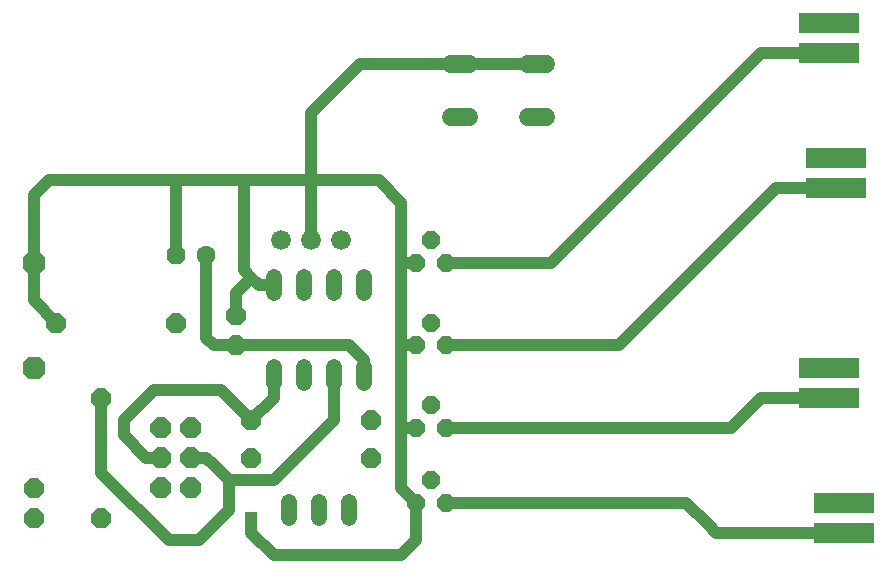
<source format=gbl>
G75*
G70*
%OFA0B0*%
%FSLAX24Y24*%
%IPPOS*%
%LPD*%
%AMOC8*
5,1,8,0,0,1.08239X$1,22.5*
%
%ADD10C,0.0520*%
%ADD11OC8,0.0660*%
%ADD12C,0.0600*%
%ADD13C,0.0660*%
%ADD14OC8,0.0630*%
%ADD15C,0.0630*%
%ADD16OC8,0.0600*%
%ADD17R,0.2000X0.0650*%
%ADD18OC8,0.0700*%
%ADD19OC8,0.0760*%
%ADD20C,0.0400*%
%ADD21R,0.0396X0.0396*%
D10*
X014589Y009863D02*
X014589Y010383D01*
X015589Y010383D02*
X015589Y009863D01*
X016589Y009863D02*
X016589Y010383D01*
X017589Y010383D02*
X017589Y009863D01*
X017589Y012863D02*
X017589Y013383D01*
X016589Y013383D02*
X016589Y012863D01*
X015589Y012863D02*
X015589Y013383D01*
X014589Y013383D02*
X014589Y012863D01*
X015089Y005883D02*
X015089Y005363D01*
X016089Y005363D02*
X016089Y005883D01*
X017089Y005883D02*
X017089Y005363D01*
D11*
X006589Y005373D03*
X006589Y006373D03*
X008839Y005373D03*
X013839Y007373D03*
X013839Y008623D03*
X013339Y011123D03*
X013339Y012123D03*
X011339Y011873D03*
X008839Y009373D03*
X007339Y011873D03*
X017839Y008623D03*
X017839Y007373D03*
D12*
X020509Y018733D02*
X021109Y018733D01*
X023069Y018733D02*
X023669Y018733D01*
X023669Y020513D02*
X023069Y020513D01*
X021109Y020513D02*
X020509Y020513D01*
D13*
X016839Y014623D03*
X015839Y014623D03*
X014839Y014623D03*
D14*
X011339Y014123D03*
D15*
X012339Y014123D03*
D16*
X019339Y013873D03*
X019839Y014623D03*
X020339Y013873D03*
X019839Y011873D03*
X019339Y011123D03*
X020339Y011123D03*
X019839Y009123D03*
X019339Y008373D03*
X020339Y008373D03*
X019839Y006623D03*
X019339Y005873D03*
X020339Y005873D03*
D17*
X033089Y009373D03*
X033089Y010373D03*
X033589Y005873D03*
X033589Y004873D03*
X033339Y016373D03*
X033339Y017373D03*
X033089Y020873D03*
X033089Y021873D03*
D18*
X011839Y008373D03*
X010839Y008373D03*
X010839Y007373D03*
X011839Y007373D03*
X011839Y006373D03*
X010839Y006373D03*
D19*
X006589Y010373D03*
X006589Y013873D03*
D20*
X006589Y012623D01*
X007339Y011873D01*
X006589Y013873D02*
X006589Y016123D01*
X007089Y016623D01*
X011339Y016623D01*
X013589Y016623D01*
X013589Y013623D01*
X013839Y013373D01*
X013339Y012873D01*
X013339Y012123D01*
X012339Y011373D02*
X012589Y011123D01*
X013339Y011123D01*
X017089Y011123D01*
X017589Y010623D01*
X017589Y010123D01*
X016589Y010123D02*
X016589Y008623D01*
X014589Y006623D01*
X013089Y006623D01*
X013089Y005623D01*
X012089Y004623D01*
X011089Y004623D01*
X008839Y006873D01*
X008839Y009373D01*
X009589Y008623D02*
X010589Y009623D01*
X012839Y009623D01*
X013839Y008623D01*
X014589Y009373D01*
X014589Y010123D01*
X012339Y011373D02*
X012339Y014123D01*
X011339Y014123D02*
X011339Y015873D01*
X011339Y016623D01*
X013589Y016623D02*
X015839Y016623D01*
X018089Y016623D01*
X018839Y015873D01*
X018839Y013873D01*
X019339Y013873D01*
X018839Y013873D02*
X018839Y013373D01*
X018839Y011123D01*
X019339Y011123D01*
X018839Y011123D02*
X018839Y008373D01*
X019339Y008373D01*
X018839Y008373D02*
X018839Y006373D01*
X019339Y005873D01*
X019339Y004623D01*
X018839Y004123D01*
X014589Y004123D01*
X013839Y004873D01*
X013839Y005373D01*
X013089Y006623D02*
X012589Y007123D01*
X012339Y007373D01*
X011839Y007373D01*
X010839Y007373D02*
X010339Y007373D01*
X009589Y008123D01*
X009589Y008623D01*
X014089Y013123D02*
X013839Y013373D01*
X014089Y013123D02*
X014589Y013123D01*
X015839Y014623D02*
X015839Y016623D01*
X015839Y018873D01*
X016589Y019623D01*
X017479Y020513D01*
X020809Y020513D01*
X023369Y020513D01*
X023839Y013873D02*
X030839Y020873D01*
X033089Y020873D01*
X033339Y016373D02*
X031339Y016373D01*
X031089Y016123D01*
X026089Y011123D01*
X020339Y011123D01*
X020339Y013873D02*
X023839Y013873D01*
X029839Y008373D02*
X030839Y009373D01*
X033089Y009373D01*
X029839Y008373D02*
X020339Y008373D01*
X020339Y005873D02*
X028339Y005873D01*
X029089Y005123D01*
X029339Y004873D01*
X033589Y004873D01*
D21*
X013839Y005373D03*
M02*

</source>
